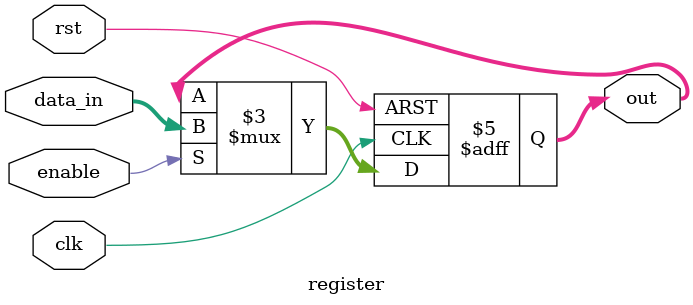
<source format=sv>
`timescale 1ns / 1ps


module register (input logic [7:0] data_in,    
                 input logic rst, clk, enable,
                 output logic [7:0] out);
  
  always_ff @(posedge clk or negedge rst)
    if (!rst)
      out <= 0;
    else if (enable)   
      out <= data_in;  
  
endmodule
</source>
